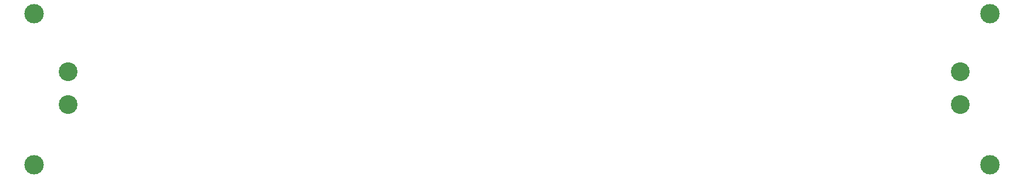
<source format=gbl>
G04*
G04 #@! TF.GenerationSoftware,Altium Limited,Altium Designer,20.2.3 (150)*
G04*
G04 Layer_Physical_Order=2*
G04 Layer_Color=16711680*
%FSLAX25Y25*%
%MOIN*%
G70*
G04*
G04 #@! TF.SameCoordinates,3BBCC810-EA08-4C21-AED5-1319FEB89D9C*
G04*
G04*
G04 #@! TF.FilePolarity,Positive*
G04*
G01*
G75*
%ADD22C,0.11417*%
%ADD23C,0.11811*%
D22*
X572000Y64937D02*
D03*
Y44937D02*
D03*
X30500D02*
D03*
Y64937D02*
D03*
D23*
X590000Y100000D02*
D03*
Y8000D02*
D03*
X10000D02*
D03*
Y100000D02*
D03*
M02*

</source>
